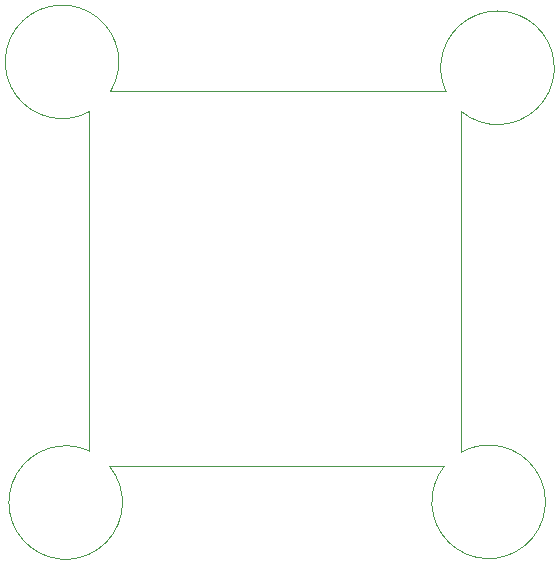
<source format=gbr>
%TF.GenerationSoftware,KiCad,Pcbnew,9.0.7*%
%TF.CreationDate,2026-02-19T20:57:42+05:30*%
%TF.ProjectId,pcb-n-as5600,7063622d-6e2d-4617-9335-3630302e6b69,rev?*%
%TF.SameCoordinates,Original*%
%TF.FileFunction,Profile,NP*%
%FSLAX46Y46*%
G04 Gerber Fmt 4.6, Leading zero omitted, Abs format (unit mm)*
G04 Created by KiCad (PCBNEW 9.0.7) date 2026-02-19 20:57:42*
%MOMM*%
%LPD*%
G01*
G04 APERTURE LIST*
%TA.AperFunction,Profile*%
%ADD10C,0.050000*%
%TD*%
G04 APERTURE END LIST*
D10*
X168000000Y-101281680D02*
G75*
G02*
X166550512Y-102499992I2308800J-4218320D01*
G01*
X136500001Y-72468320D02*
G75*
G02*
X138299088Y-70750009I-2308801J4218320D01*
G01*
X138210587Y-102500000D02*
X166550523Y-102500001D01*
X166685633Y-70750000D02*
X138299073Y-70750000D01*
X138210587Y-102500000D02*
G75*
G02*
X136500005Y-101185621I-3710587J-3058800D01*
G01*
X168000000Y-101281681D02*
X168000000Y-72460587D01*
X136500000Y-72468319D02*
X136500000Y-101185620D01*
X166685633Y-70750000D02*
G75*
G02*
X168000008Y-72460577I4373167J2000000D01*
G01*
M02*

</source>
